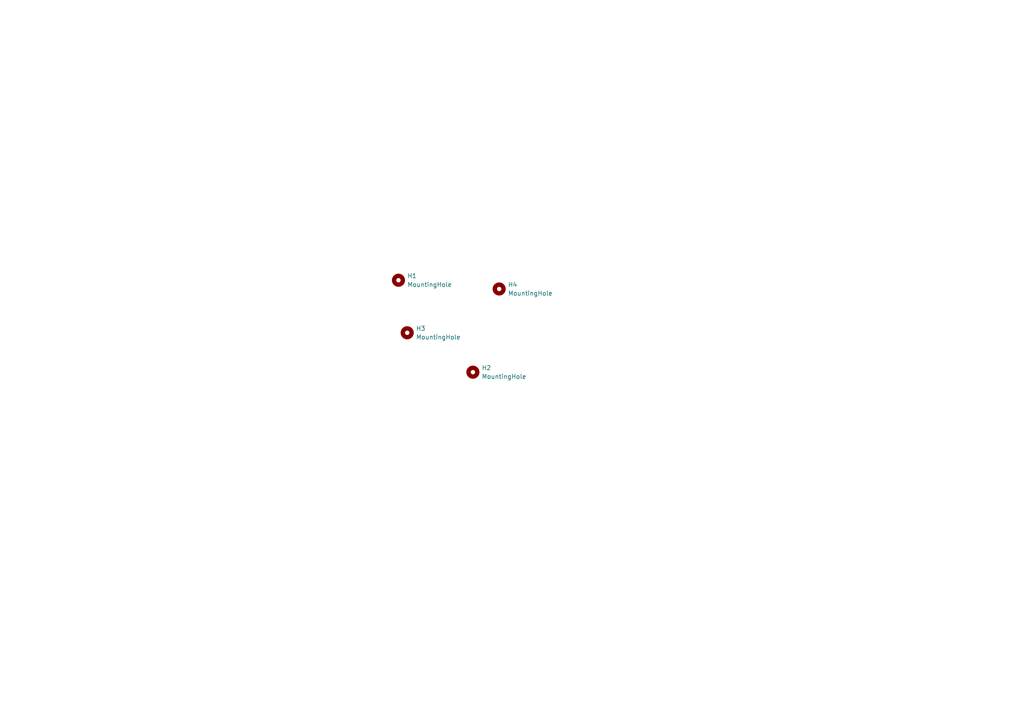
<source format=kicad_sch>
(kicad_sch (version 20230121) (generator eeschema)
  (paper "A4")
  (lib_symbols
    (symbol "Mechanical:MountingHole" (pin_names (offset 1.016))
      (property "Reference" "H" (at 0 5.08 0))
      (property "Value" "MountingHole" (at 0 3.175 0))
      (symbol "MountingHole_0_1"
        (circle (center 0 0) (radius 1.27) (stroke (width 1.27)))
      )
    )
  )
  (symbol (lib_id "Mechanical:MountingHole") (at 137.16 107.95 0) (unit 1)
    (property "Reference" "H2" (at 139.7 106.68 0) (effects (justify left)))
    (property "Value" "MountingHole" (at 139.7 109.22 0) (effects (justify left)))
    (property "Footprint" "MountingHole:MountingHole_2.5mm" (effects hide))
  )
  (symbol (lib_id "Mechanical:MountingHole") (at 118.11 96.52 0) (unit 1)
    (property "Reference" "H3" (at 120.65 95.25 0) (effects (justify left)))
    (property "Value" "MountingHole" (at 120.65 97.79 0) (effects (justify left)))
    (property "Footprint" "MountingHole:MountingHole_2.5mm" (effects hide))
  )
  (symbol (lib_id "Mechanical:MountingHole") (at 144.78 83.82 0) (unit 1)
    (property "Reference" "H4" (at 147.32 82.55 0) (effects (justify left)))
    (property "Value" "MountingHole" (at 147.32 85.09 0) (effects (justify left)))
    (property "Footprint" "MountingHole:MountingHole_2.5mm" (effects hide))
  )
  (symbol (lib_id "Mechanical:MountingHole") (at 115.57 81.28 0) (unit 1)
    (property "Reference" "H1" (at 118.11 80.01 0) (effects (justify left)))
    (property "Value" "MountingHole" (at 118.11 82.55 0) (effects (justify left)))
    (property "Footprint" "MountingHole:MountingHole_2.5mm" (effects hide))
  )
)
</source>
